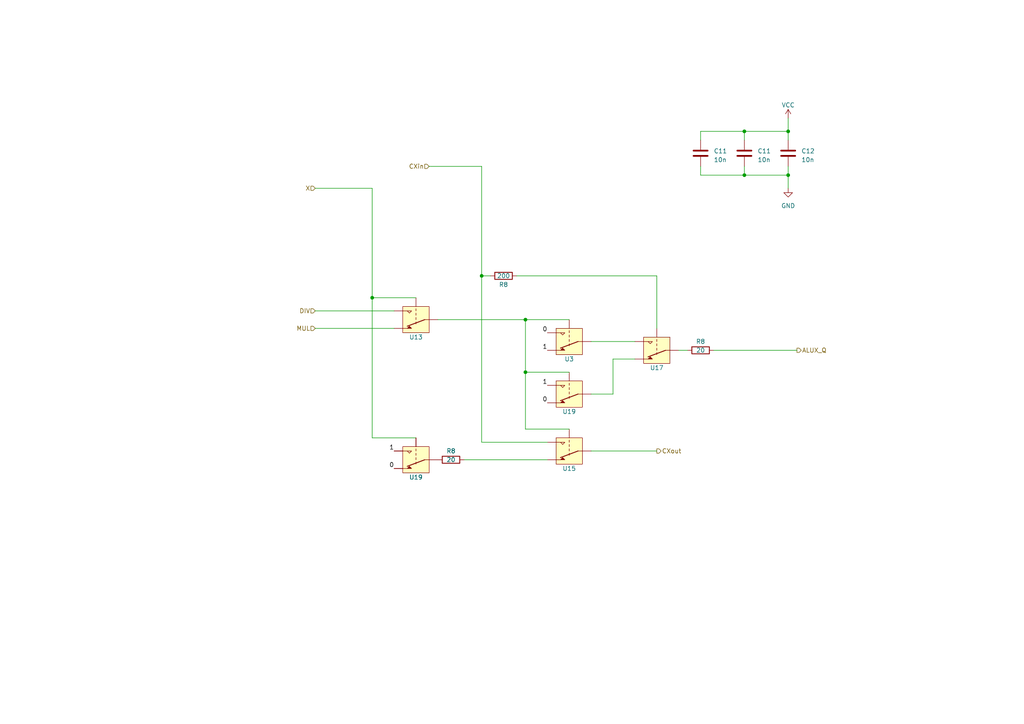
<source format=kicad_sch>
(kicad_sch (version 20230121) (generator eeschema)
  (paper "A4")
  (lib_symbols
    (symbol "Device:C" (pin_numbers hide) (pin_names (offset 0.254))
      (property "Reference" "C" (at 0.635 2.54 0))
      (property "Value" "C" (at 0.635 -2.54 0))
      (symbol "C_0_1"
        (polyline (pts (xy -2.032 -0.762) (xy 2.032 -0.762)) (stroke (width 0.508)))
        (polyline (pts (xy -2.032 0.762) (xy 2.032 0.762)) (stroke (width 0.508)))
      )
      (symbol "C_1_1"
        (pin passive line (at 0 3.81 270) (length 2.794) (name "~") (number "1"))
        (pin passive line (at 0 -3.81 90) (length 2.794) (name "~") (number "2"))
      )
    )
    (symbol "Device:R" (pin_numbers hide) (pin_names (offset 0))
      (property "Reference" "R" (at 2.032 0 90))
      (property "Value" "R" (at 0 0 90))
      (symbol "R_0_1"
        (rectangle (start -1.016 -2.54) (end 1.016 2.54) (stroke (width 0.254)))
      )
      (symbol "R_1_1"
        (pin passive line (at 0 3.81 270) (length 1.27) (name "~") (number "1"))
        (pin passive line (at 0 -3.81 90) (length 1.27) (name "~") (number "2"))
      )
    )
    (symbol "MevaLlibreria:1G3157" (pin_numbers hide)
      (property "Reference" "U" (at 0 -5.08 0))
      (symbol "1G3157_0_0"
        (polyline (pts (xy -3.81 2.54) (xy -1.27 2.54) (xy -1.905 1.905) (xy -2.54 2.54)))
      )
      (symbol "1G3157_0_1"
        (rectangle (start -3.81 3.81) (end 3.81 -3.81) (fill (type background)))
        (polyline (pts (xy 0 -0.635) (xy 0 -1.27)))
        (polyline (pts (xy 0 0.635) (xy 0 0)))
        (polyline (pts (xy 0 1.905) (xy 0 1.27)))
        (polyline (pts (xy 0 3.175) (xy 0 2.54)))
        (polyline (pts (xy 2.54 0) (xy -2.54 -1.905)) (stroke (width 0.254)))
        (polyline (pts (xy 3.81 0) (xy 2.54 0)))
        (polyline (pts (xy -3.81 -2.54) (xy -1.27 -2.54) (xy -1.905 -1.905) (xy -2.54 -2.54)) (fill (type outline)))
      )
      (symbol "1G3157_1_1"
        (pin input line (at -6.35 2.54 0) (length 2.54) (name "~") (number "1"))
        (pin power_in line (at 2.54 -2.54 270) (length 2.54) hide (name "GND") (number "2"))
        (pin input line (at -6.35 -2.54 0) (length 2.54) (name "~") (number "3"))
        (pin output line (at 6.35 0 180) (length 2.54) (name "~") (number "4"))
        (pin power_in line (at 2.54 2.54 90) (length 2.54) hide (name "VCC") (number "5"))
        (pin input line (at 0 6.35 270) (length 2.54) (name "~") (number "6"))
      )
    )
    (symbol "power:GND" (power) (pin_names (offset 0))
      (property "Value" "GND" (at 0 -3.81 0))
      (symbol "GND_0_1"
        (polyline (pts (xy 0 0) (xy 0 -1.27) (xy 1.27 -1.27) (xy 0 -2.54) (xy -1.27 -1.27) (xy 0 -1.27)))
      )
      (symbol "GND_1_1"
        (pin power_in line (at 0 0 270) (length 0) hide (name "GND") (number "1"))
      )
    )
    (symbol "power:VCC" (power) (pin_names (offset 0))
      (property "Value" "VCC" (at 0 3.81 0))
      (symbol "VCC_0_1"
        (polyline (pts (xy -0.762 1.27) (xy 0 2.54)))
        (polyline (pts (xy 0 0) (xy 0 2.54)))
        (polyline (pts (xy 0 2.54) (xy 0.762 1.27)))
      )
      (symbol "VCC_1_1"
        (pin power_in line (at 0 0 90) (length 0) hide (name "VCC") (number "1"))
      )
    )
  )
  (junction (at 107.95 86.36))
  (junction (at 215.9 50.8))
  (junction (at 228.6 38.1))
  (junction (at 228.6 50.8))
  (junction (at 152.4 92.71))
  (junction (at 152.4 107.95))
  (junction (at 215.9 38.1))
  (junction (at 139.7 80.01))
  (wire (pts (xy 124.46 48.26) (xy 139.7 48.26)))
  (wire (pts (xy 139.7 48.26) (xy 139.7 80.01)))
  (wire (pts (xy 139.7 128.27) (xy 158.75 128.27)))
  (wire (pts (xy 149.86 80.01) (xy 190.5 80.01)))
  (wire (pts (xy 207.01 101.6) (xy 231.14 101.6)))
  (wire (pts (xy 171.45 130.81) (xy 190.5 130.81)))
  (wire (pts (xy 91.44 95.25) (xy 114.3 95.25)))
  (wire (pts (xy 171.45 114.3) (xy 177.8 114.3)))
  (wire (pts (xy 228.6 34.29) (xy 228.6 38.1)))
  (wire (pts (xy 152.4 92.71) (xy 165.1 92.71)))
  (wire (pts (xy 139.7 80.01) (xy 142.24 80.01)))
  (wire (pts (xy 203.2 38.1) (xy 215.9 38.1)))
  (wire (pts (xy 203.2 38.1) (xy 203.2 40.64)))
  (wire (pts (xy 107.95 86.36) (xy 120.65 86.36)))
  (wire (pts (xy 152.4 92.71) (xy 152.4 107.95)))
  (wire (pts (xy 107.95 127) (xy 120.65 127)))
  (wire (pts (xy 184.15 99.06) (xy 171.45 99.06)))
  (wire (pts (xy 228.6 50.8) (xy 215.9 50.8)))
  (wire (pts (xy 139.7 80.01) (xy 139.7 128.27)))
  (wire (pts (xy 215.9 50.8) (xy 215.9 48.26)))
  (wire (pts (xy 190.5 80.01) (xy 190.5 95.25)))
  (wire (pts (xy 228.6 50.8) (xy 228.6 48.26)))
  (wire (pts (xy 203.2 50.8) (xy 203.2 48.26)))
  (wire (pts (xy 228.6 38.1) (xy 228.6 40.64)))
  (wire (pts (xy 215.9 38.1) (xy 228.6 38.1)))
  (wire (pts (xy 199.39 101.6) (xy 196.85 101.6)))
  (wire (pts (xy 91.44 90.17) (xy 114.3 90.17)))
  (wire (pts (xy 152.4 124.46) (xy 165.1 124.46)))
  (wire (pts (xy 107.95 127) (xy 107.95 86.36)))
  (wire (pts (xy 152.4 107.95) (xy 152.4 124.46)))
  (wire (pts (xy 127 92.71) (xy 152.4 92.71)))
  (wire (pts (xy 177.8 114.3) (xy 177.8 104.14)))
  (wire (pts (xy 228.6 50.8) (xy 228.6 54.61)))
  (wire (pts (xy 134.62 133.35) (xy 158.75 133.35)))
  (wire (pts (xy 107.95 54.61) (xy 107.95 86.36)))
  (wire (pts (xy 152.4 107.95) (xy 165.1 107.95)))
  (wire (pts (xy 215.9 38.1) (xy 215.9 40.64)))
  (wire (pts (xy 203.2 50.8) (xy 215.9 50.8)))
  (wire (pts (xy 91.44 54.61) (xy 107.95 54.61)))
  (wire (pts (xy 184.15 104.14) (xy 177.8 104.14)))
  (label "1" (at 158.75 111.76 180))
  (label "1" (at 114.3 130.81 180))
  (label "1" (at 158.75 101.6 180))
  (label "0" (at 158.75 116.84 180))
  (label "0" (at 114.3 135.89 180))
  (label "0" (at 158.75 96.52 180))
  (hierarchical_label "CXout" (shape output) (at 190.5 130.81 0))
  (hierarchical_label "DIV" (shape input) (at 91.44 90.17 180))
  (hierarchical_label "X" (shape input) (at 91.44 54.61 180))
  (hierarchical_label "ALUX_Q" (shape output) (at 231.14 101.6 0))
  (hierarchical_label "MUL" (shape input) (at 91.44 95.25 180))
  (hierarchical_label "CXin" (shape input) (at 124.46 48.26 180))
  (symbol (lib_id "MevaLlibreria:1G3157") (at 120.65 133.35 0) (unit 1)
    (property "Reference" "U19" (at 120.65 138.43 0))
    (property "Value" "1G3157" (effects hide))
    (property "Footprint" "Package_TO_SOT_SMD:SOT-23-6" (effects hide))
    (property "Datasheet" "https://www.ti.com/lit/ds/symlink/sn74lvc1g3157.pdf" (effects hide))
    (property "Sim.Name" "74LVC1G3157" (effects hide))
    (property "Sim.Library" "../SpiceModelsGlobal/AnalogSPDT.txt" (effects hide))
    (property "Sim.Device" "SUBCKT" (effects hide))
    (property "Sim.Pins" "1=1 3=3 4=4 5=5 6=6" (effects hide))
    (property "Manufacturer" "Texas Instruments" (effects hide))
    (property "Part Number" "SN74LVC1G3157DBVR" (effects hide))
    (instances (project "MiniCalc_X" (path "" (reference "U19") (unit 1)) (path "" (reference "U31") (unit 1))))
  )
  (symbol (lib_id "MevaLlibreria:1G3157") (at 120.65 92.71 0) (unit 1)
    (property "Reference" "U13" (at 120.65 97.79 0))
    (property "Value" "1G3157" (effects hide))
    (property "Footprint" "Package_TO_SOT_SMD:SOT-23-6" (effects hide))
    (property "Datasheet" "https://www.ti.com/lit/ds/symlink/sn74lvc1g3157.pdf" (effects hide))
    (property "Sim.Name" "74LVC1G3157" (effects hide))
    (property "Sim.Library" "../SpiceModelsGlobal/AnalogSPDT.txt" (effects hide))
    (property "Sim.Device" "SUBCKT" (effects hide))
    (property "Sim.Pins" "1=1 3=3 4=4 5=5 6=6" (effects hide))
    (property "Manufacturer" "Texas Instruments" (effects hide))
    (property "Part Number" "SN74LVC1G3157DBVR" (effects hide))
    (instances (project "MiniCalc_X" (path "" (reference "U13") (unit 1)) (path "" (reference "U26") (unit 1))))
  )
  (symbol (lib_id "Device:C") (at 203.2 44.45 0) (unit 1)
    (property "Reference" "C11" (at 207.01 43.815 0) (effects (justify left)))
    (property "Value" "10n" (at 207.01 46.355 0) (effects (justify left)))
    (property "Footprint" "Capacitor_SMD:C_0603_1608Metric" (effects hide))
    (instances (project "MiniCalc_X" (path "" (reference "C11") (unit 1)) (path "" (reference "C18") (unit 1))))
  )
  (symbol (lib_id "MevaLlibreria:1G3157") (at 165.1 99.06 0) (unit 1)
    (property "Reference" "U3" (at 165.1 104.14 0))
    (property "Value" "1G3157" (effects hide))
    (property "Footprint" "Package_TO_SOT_SMD:SOT-23-6" (effects hide))
    (property "Datasheet" "https://www.ti.com/lit/ds/symlink/sn74lvc1g3157.pdf" (effects hide))
    (property "Sim.Name" "74LVC1G3157" (effects hide))
    (property "Sim.Library" "../SpiceModelsGlobal/AnalogSPDT.txt" (effects hide))
    (property "Sim.Device" "SUBCKT" (effects hide))
    (property "Sim.Pins" "1=1 3=3 4=4 5=5 6=6" (effects hide))
    (property "Manufacturer" "Texas Instruments" (effects hide))
    (property "Part Number" "SN74LVC1G3157DBVR" (effects hide))
    (instances (project "MiniCalc_X" (path "" (reference "U3") (unit 1)) (path "" (reference "U27") (unit 1))))
  )
  (symbol (lib_id "Device:R") (at 203.2 101.6 90) (unit 1)
    (property "Reference" "R8" (at 203.2 99.06 90))
    (property "Value" "20" (at 203.2 101.6 90))
    (property "Footprint" "Resistor_SMD:R_0603_1608Metric" (effects hide))
    (instances (project "MiniCalc_X" (path "" (reference "R8") (unit 1)) (path "" (reference "R2") (unit 1)) (path "" (reference "R23") (unit 1)) (path "" (reference "R25") (unit 1)) (path "" (reference "R27") (unit 1)) (path "" (reference "R26") (unit 1))))
  )
  (symbol (lib_id "Device:R") (at 146.05 80.01 270) (unit 1)
    (property "Reference" "R8" (at 146.05 82.55 90))
    (property "Value" "200" (at 146.05 80.01 90))
    (property "Footprint" "Resistor_SMD:R_0603_1608Metric" (effects hide))
    (instances (project "MiniCalc_X" (path "" (reference "R8") (unit 1)) (path "" (reference "R2") (unit 1)) (path "" (reference "R23") (unit 1)) (path "" (reference "R25") (unit 1)) (path "" (reference "R27") (unit 1)) (path "" (reference "R25") (unit 1))))
  )
  (symbol (lib_id "Device:R") (at 130.81 133.35 90) (unit 1)
    (property "Reference" "R8" (at 130.81 130.81 90))
    (property "Value" "20" (at 130.81 133.35 90))
    (property "Footprint" "Resistor_SMD:R_0603_1608Metric" (effects hide))
    (instances (project "MiniCalc_X" (path "" (reference "R8") (unit 1)) (path "" (reference "R2") (unit 1)) (path "" (reference "R23") (unit 1)) (path "" (reference "R25") (unit 1)) (path "" (reference "R27") (unit 1)) (path "" (reference "R27") (unit 1))))
  )
  (symbol (lib_id "Device:C") (at 228.6 44.45 0) (unit 1)
    (property "Reference" "C12" (at 232.41 43.815 0) (effects (justify left)))
    (property "Value" "10n" (at 232.41 46.355 0) (effects (justify left)))
    (property "Footprint" "Capacitor_SMD:C_0603_1608Metric" (effects hide))
    (instances (project "MiniCalc_X" (path "" (reference "C12") (unit 1)) (path "" (reference "C20") (unit 1))))
  )
  (symbol (lib_id "power:GND") (at 228.6 54.61 0) (unit 1)
    (property "Reference" "#PWR06" (effects hide))
    (property "Value" "GND" (at 228.6 59.69 0))
    (instances (project "MiniCalc_X" (path "" (reference "#PWR06") (unit 1)) (path "" (reference "#PWR021") (unit 1))))
  )
  (symbol (lib_id "power:VCC") (at 228.6 34.29 0) (unit 1)
    (property "Reference" "#PWR05" (effects hide))
    (property "Value" "VCC" (at 228.6 30.48 0))
    (instances (project "MiniCalc_X" (path "" (reference "#PWR05") (unit 1)) (path "" (reference "#PWR020") (unit 1))))
  )
  (symbol (lib_id "MevaLlibreria:1G3157") (at 165.1 114.3 0) (unit 1)
    (property "Reference" "U19" (at 165.1 119.38 0))
    (property "Value" "1G3157" (effects hide))
    (property "Footprint" "Package_TO_SOT_SMD:SOT-23-6" (effects hide))
    (property "Datasheet" "https://www.ti.com/lit/ds/symlink/sn74lvc1g3157.pdf" (effects hide))
    (property "Sim.Name" "74LVC1G3157" (effects hide))
    (property "Sim.Library" "../SpiceModelsGlobal/AnalogSPDT.txt" (effects hide))
    (property "Sim.Device" "SUBCKT" (effects hide))
    (property "Sim.Pins" "1=1 3=3 4=4 5=5 6=6" (effects hide))
    (property "Manufacturer" "Texas Instruments" (effects hide))
    (property "Part Number" "SN74LVC1G3157DBVR" (effects hide))
    (instances (project "MiniCalc_X" (path "" (reference "U19") (unit 1)) (path "" (reference "U29") (unit 1))))
  )
  (symbol (lib_id "MevaLlibreria:1G3157") (at 165.1 130.81 0) (unit 1)
    (property "Reference" "U15" (at 165.1 135.89 0))
    (property "Value" "1G3157" (effects hide))
    (property "Footprint" "Package_TO_SOT_SMD:SOT-23-6" (effects hide))
    (property "Datasheet" "https://www.ti.com/lit/ds/symlink/sn74lvc1g3157.pdf" (effects hide))
    (property "Sim.Name" "74LVC1G3157" (effects hide))
    (property "Sim.Library" "../SpiceModelsGlobal/AnalogSPDT.txt" (effects hide))
    (property "Sim.Device" "SUBCKT" (effects hide))
    (property "Sim.Pins" "1=1 3=3 4=4 5=5 6=6" (effects hide))
    (property "Manufacturer" "Texas Instruments" (effects hide))
    (property "Part Number" "SN74LVC1G3157DBVR" (effects hide))
    (instances (project "MiniCalc_X" (path "" (reference "U15") (unit 1)) (path "" (reference "U30") (unit 1))))
  )
  (symbol (lib_id "MevaLlibreria:1G3157") (at 190.5 101.6 0) (unit 1)
    (property "Reference" "U17" (at 190.5 106.68 0))
    (property "Value" "1G3157" (effects hide))
    (property "Footprint" "Package_TO_SOT_SMD:SOT-23-6" (effects hide))
    (property "Datasheet" "https://www.ti.com/lit/ds/symlink/sn74lvc1g3157.pdf" (effects hide))
    (property "Sim.Name" "74LVC1G3157" (effects hide))
    (property "Sim.Library" "../SpiceModelsGlobal/AnalogSPDT.txt" (effects hide))
    (property "Sim.Device" "SUBCKT" (effects hide))
    (property "Sim.Pins" "1=1 3=3 4=4 5=5 6=6" (effects hide))
    (property "Manufacturer" "Texas Instruments" (effects hide))
    (property "Part Number" "SN74LVC1G3157DBVR" (effects hide))
    (instances (project "MiniCalc_X" (path "" (reference "U17") (unit 1)) (path "" (reference "U28") (unit 1))))
  )
  (symbol (lib_id "Device:C") (at 215.9 44.45 0) (unit 1)
    (property "Reference" "C11" (at 219.71 43.815 0) (effects (justify left)))
    (property "Value" "10n" (at 219.71 46.355 0) (effects (justify left)))
    (property "Footprint" "Capacitor_SMD:C_0603_1608Metric" (effects hide))
    (instances (project "MiniCalc_X" (path "" (reference "C11") (unit 1)) (path "" (reference "C19") (unit 1))))
  )
)
</source>
